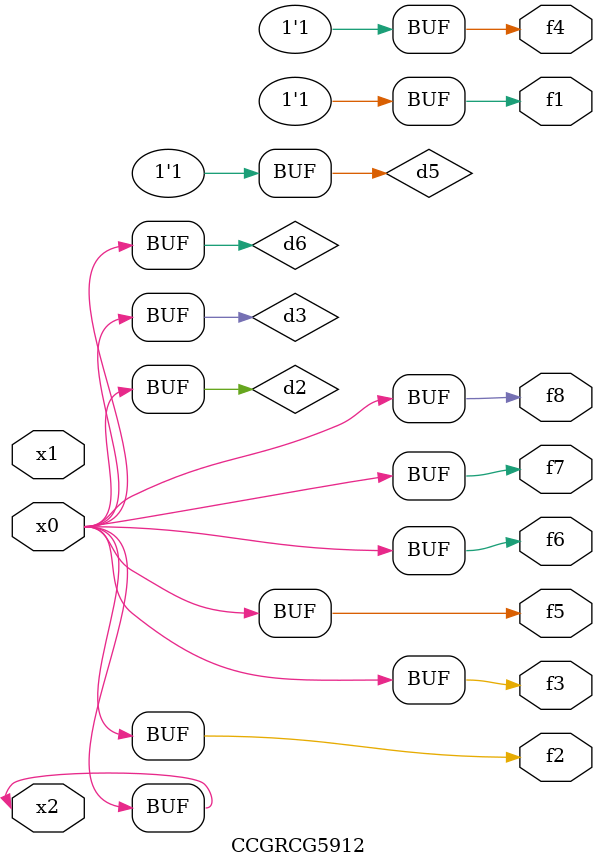
<source format=v>
module CCGRCG5912(
	input x0, x1, x2,
	output f1, f2, f3, f4, f5, f6, f7, f8
);

	wire d1, d2, d3, d4, d5, d6;

	xnor (d1, x2);
	buf (d2, x0, x2);
	and (d3, x0);
	xnor (d4, x1, x2);
	nand (d5, d1, d3);
	buf (d6, d2, d3);
	assign f1 = d5;
	assign f2 = d6;
	assign f3 = d6;
	assign f4 = d5;
	assign f5 = d6;
	assign f6 = d6;
	assign f7 = d6;
	assign f8 = d6;
endmodule

</source>
